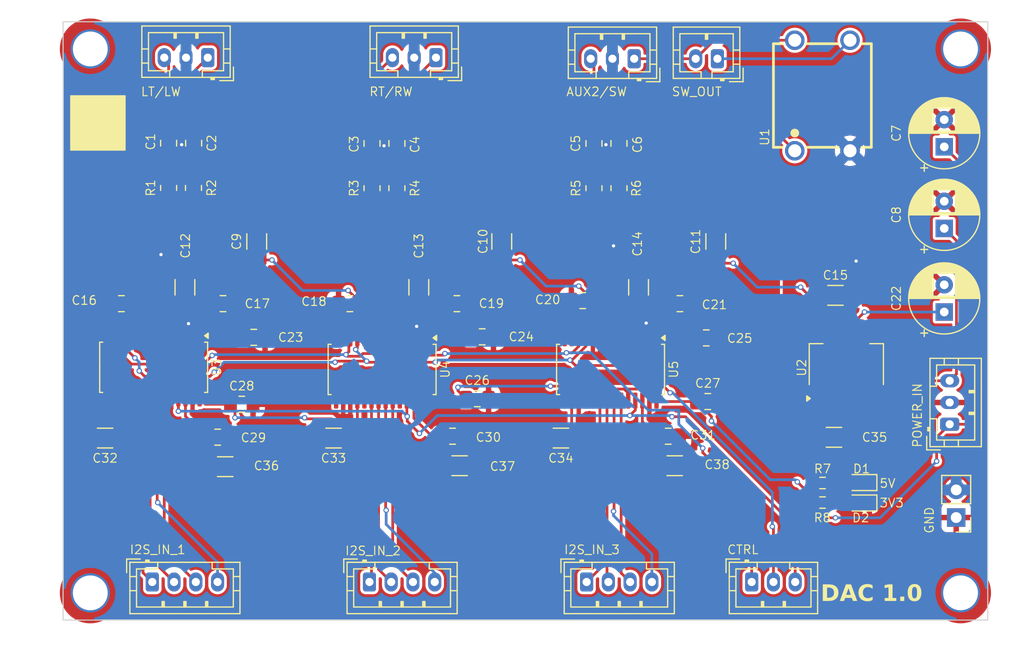
<source format=kicad_pcb>
(kicad_pcb (version 20240108) (generator "pcbnew") (generator_version "8.0")
  (layers (0 "F.Cu" signal) (31 "B.Cu" signal) (34 "B.Paste" user) (35 "F.Paste" user) (36 "B.SilkS" user "B.Silkscreen") (37 "F.SilkS" user "F.Silkscreen") (38 "B.Mask" user) (39 "F.Mask" user) (44 "Edge.Cuts" user))
  (net 0 "")
  (net 1 "MCLK0")
  (net 2 "MCLK1")
  (net 3 "LEFT_WOOFER")
  (net 4 "AGND")
  (net 5 "GND")
  (net 6 "3V3")
  (net 7 "5V")
  (net 8 "Net-(D1-A)")
  (net 9 "Net-(D2-A)")
  (net 10 "LEFT_TWEETER")
  (net 11 "SDA")
  (net 12 "SCL")
  (net 13 "MCLK2")
  (net 14 "RIGHT_TWEETER")
  (net 15 "LRCLK0")
  (net 16 "BCLK0")
  (net 17 "DATA0")
  (net 18 "LRCLK1")
  (net 19 "DATA1")
  (net 24 "XSMT")
  (net 25 "BCLK1")
  (net 26 "DATA2")
  (net 27 "RIGHT_WOOFER")
  (net 28 "LRCLK2")
  (net 29 "BCLK2")
  (net 30 "3V3A")
  (net 31 "Net-(U3-CAPP)")
  (net 32 "Net-(U3-CAPM)")
  (net 33 "Net-(U3-LDOO)")
  (net 34 "Net-(U3-VNEG)")
  (net 35 "LW_OUT_PRE")
  (net 36 "LT_OUT_PRE")
  (net 37 "RT_OUT_PRE")
  (net 38 "RW_OUT_PRE")
  (net 39 "SW_OUT_PRE")
  (net 40 "SW_OUT")
  (net 41 "SW_NEG")
  (net 42 "SUBWOOFER")
  (net 43 "SPARE_OUT")
  (net 44 "SPARE_OUT_PRE")
  (net 45 "Net-(U4-VNEG)")
  (net 46 "Net-(U5-VNEG)")
  (net 47 "Net-(U4-CAPP)")
  (net 48 "Net-(U4-CAPM)")
  (net 49 "Net-(U5-CAPM)")
  (net 50 "Net-(U5-CAPP)")
  (net 51 "Net-(U4-LDOO)")
  (net 52 "Net-(U5-LDOO)")
  (footprint "Capacitor_SMD:C_1206_3216Metric_Pad1.33x1.80mm_HandSolder" (layer "F.Cu") (at 95.3864 98.4775)
    (property "Reference" "C37")
    (property "Value" "10U")
  )
  (footprint "Capacitor_SMD:C_0805_2012Metric_Pad1.18x1.45mm_HandSolder" (layer "F.Cu") (at 68.6364 68.8275 90)
    (property "Reference" "C1")
    (property "Value" "2.2n 50V C0G")
  )
  (footprint "Package_SO:TSSOP-28_4.4x9.7mm_P0.65mm" (layer "F.Cu") (at 67.2614 89.4275 -90)
    (property "Reference" "U3")
    (property "Value" "PCM5122PW")
  )
  (footprint "Capacitor_SMD:C_0805_2012Metric_Pad1.18x1.45mm_HandSolder" (layer "F.Cu") (at 94.7364 95.765 180)
    (property "Reference" "C30")
    (property "Value" "0.1U")
  )
  (footprint "Connector_JST:JST_PH_B3B-PH-K_1x03_P2.00mm_Vertical" (layer "F.Cu") (at 72.2364 60.965 180)
    (property "Reference" "J1" (hide yes))
    (property "Value" "Conn_01x03_Pin")
  )
  (footprint "Capacitor_SMD:C_1206_3216Metric_Pad1.33x1.80mm_HandSolder" (layer "F.Cu") (at 73.8364 98.565)
    (property "Reference" "C36")
    (property "Value" "10U")
  )
  (footprint "Connector_JST:JST_PH_B2B-PH-K_1x02_P2.00mm_Vertical" (layer "F.Cu") (at 119.0864 61.065 180)
    (property "Reference" "J4" (hide yes))
    (property "Value" "Conn_01x02_Pin")
  )
  (footprint "Resistor_SMD:R_0805_2012Metric_Pad1.20x1.40mm_HandSolder" (layer "F.Cu") (at 68.6364 72.94 90)
    (property "Reference" "R1")
    (property "Value" "470R TF")
  )
  (footprint "Capacitor_SMD:C_0805_2012Metric_Pad1.18x1.45mm_HandSolder" (layer "F.Cu") (at 75.3614 92.8275)
    (property "Reference" "C28")
    (property "Value" "0.1U")
  )
  (footprint "Capacitor_SMD:C_0805_2012Metric_Pad1.18x1.45mm_HandSolder" (layer "F.Cu") (at 64.2989 83.5775 180)
    (property "Reference" "C16")
    (property "Value" "0.1U")
  )
  (footprint "Capacitor_SMD:C_0805_2012Metric_Pad1.18x1.45mm_HandSolder" (layer "F.Cu") (at 97.0114 92.315)
    (property "Reference" "C26")
    (property "Value" "0.1U")
  )
  (footprint "Connector_JST:JST_PH_B3B-PH-K_1x03_P2.00mm_Vertical" (layer "F.Cu") (at 140.4364 94.665 90)
    (property "Reference" "J5" (hide yes))
    (property "Value" "Conn_01x03_Pin")
  )
  (footprint "easyeda2kicad:XFMR-TH_4P-L9.5-W9.0-P5.08-LS10.2_C9900096976" (layer "F.Cu") (at 128.7364 64.445 90)
    (property "Reference" "U1")
    (property "Value" "DA101C_C6931652")
  )
  (footprint "Capacitor_SMD:C_0805_2012Metric_Pad1.18x1.45mm_HandSolder" (layer "F.Cu") (at 70.9364 68.8275 90)
    (property "Reference" "C2")
    (property "Value" "2.2n 50V C0G")
  )
  (footprint "Package_TO_SOT_SMD:SOT-223-3_TabPin2" (layer "F.Cu") (at 130.9364 89.165 90)
    (property "Reference" "U2")
    (property "Value" "AMS1117-3.3")
  )
  (footprint "Capacitor_SMD:C_1206_3216Metric_Pad1.33x1.80mm_HandSolder" (layer "F.Cu") (at 111.8364 82.0775 -90)
    (property "Reference" "C14")
    (property "Value" "2.2u 25V")
  )
  (footprint "Capacitor_SMD:C_1206_3216Metric_Pad1.33x1.80mm_HandSolder" (layer "F.Cu") (at 76.7364 77.865 90)
    (property "Reference" "C9")
    (property "Value" "10U")
  )
  (footprint "MountingHole:MountingHole_3.2mm_M3_DIN965_Pad_TopOnly" (layer "F.Cu") (at 61.4364 110.165)
    (property "Reference" "H3" (hide yes))
    (property "Value" "MountingHole")
  )
  (footprint "Capacitor_THT:CP_Radial_D6.3mm_P2.50mm" (layer "F.Cu") (at 139.9364 76.665 90)
    (property "Reference" "C8")
    (property "Value" "220u")
  )
  (footprint "Capacitor_SMD:C_0805_2012Metric_Pad1.18x1.45mm_HandSolder" (layer "F.Cu") (at 106.6989 83.2975 180)
    (property "Reference" "C20")
    (property "Value" "0.1U")
  )
  (footprint "Capacitor_SMD:C_1206_3216Metric_Pad1.33x1.80mm_HandSolder" (layer "F.Cu") (at 91.6364 82.0775 -90)
    (property "Reference" "C13")
    (property "Value" "2.2u 25V")
  )
  (footprint "Capacitor_SMD:C_1206_3216Metric_Pad1.33x1.80mm_HandSolder" (layer "F.Cu") (at 129.9364 82.815)
    (property "Reference" "C15")
    (property "Value" "10U")
  )
  (footprint "MountingHole:MountingHole_3.2mm_M3_DIN965_Pad_TopOnly" (layer "F.Cu") (at 141.4364 110.165)
    (property "Reference" "H4" (hide yes))
    (property "Value" "MountingHole")
  )
  (footprint "Capacitor_THT:CP_Radial_D6.3mm_P2.50mm" (layer "F.Cu") (at 139.9364 69.165 90)
    (property "Reference" "C7")
    (property "Value" "220u")
  )
  (footprint "Resistor_SMD:R_0603_1608Metric_Pad0.98x0.95mm_HandSolder" (layer "F.Cu") (at 128.7489 101.865)
    (property "Reference" "R8")
    (property "Value" "150R")
  )
  (footprint "Capacitor_SMD:C_0805_2012Metric_Pad1.18x1.45mm_HandSolder" (layer "F.Cu") (at 73.6364 83.5775 180)
    (property "Reference" "C17")
    (property "Value" "2.2u 25V")
  )
  (footprint "Capacitor_SMD:C_0805_2012Metric_Pad1.18x1.45mm_HandSolder" (layer "F.Cu") (at 73.1465 95.8525 180)
    (property "Reference" "C29")
    (property "Value" "0.1U")
  )
  (footprint "Capacitor_SMD:C_1206_3216Metric_Pad1.33x1.80mm_HandSolder" (layer "F.Cu") (at 129.7989 95.865 180)
    (property "Reference" "C35")
    (property "Value" "10U")
  )
  (footprint "Capacitor_SMD:C_0805_2012Metric_Pad1.18x1.45mm_HandSolder" (layer "F.Cu") (at 97.4614 86.6275)
    (property "Reference" "C24")
    (property "Value" "0.1U")
  )
  (footprint "Capacitor_SMD:C_1206_3216Metric_Pad1.33x1.80mm_HandSolder" (layer "F.Cu") (at 99.2614 77.865 90)
    (property "Reference" "C10")
    (property "Value" "10U")
  )
  (footprint "Capacitor_THT:CP_Radial_D6.3mm_P2.50mm" (layer "F.Cu") (at 139.9364 84.3474 90)
    (property "Reference" "C22")
    (property "Value" "220u")
  )
  (footprint "Capacitor_SMD:C_1206_3216Metric_Pad1.33x1.80mm_HandSolder" (layer "F.Cu") (at 118.9364 77.865 90)
    (property "Reference" "C11")
    (property "Value" "10U")
  )
  (footprint "Connector_JST:JST_PH_B4B-PH-K_1x04_P2.00mm_Vertical" (layer "F.Cu") (at 87.0989 109.165)
    (property "Reference" "J8" (hide yes))
    (property "Value" "Conn_01x04_Pin")
  )
  (footprint "MountingHole:MountingHole_3.2mm_M3_DIN965_Pad_TopOnly" (layer "F.Cu") (at 141.4364 60.165)
    (property "Reference" "H2" (hide yes))
    (property "Value" "MountingHole")
  )
  (footprint "Resistor_SMD:R_0805_2012Metric_Pad1.20x1.40mm_HandSolder" (layer "F.Cu") (at 87.3364 72.965 90)
    (property "Reference" "R3")
    (property "Value" "470R TF")
  )
  (footprint "Connector_PinHeader_2.54mm:PinHeader_1x02_P2.54mm_Vertical" (layer "F.Cu") (at 141.0364 103.24 180)
    (property "Reference" "J6" (hide yes))
    (property "Value" "Conn_01x02_Pin")
  )
  (footprint "Connector_JST:JST_PH_B3B-PH-K_1x03_P2.00mm_Vertical" (layer "F.Cu") (at 111.4364 61.065 180)
    (property "Reference" "J3" (hide yes))
    (property "Value" "Conn_01x03_Pin")
  )
  (footprint "Connector_JST:JST_PH_B3B-PH-K_1x03_P2.00mm_Vertical" (layer "F.Cu") (at 93.2114 60.965 180)
    (property "Reference" "J2" (hide yes))
    (property "Value" "Conn_01x03_Pin")
  )
  (footprint "Resistor_SMD:R_0805_2012Metric_Pad1.20x1.40mm_HandSolder" (layer "F.Cu") (at 110.0364 72.965 90)
    (property "Reference" "R6")
    (property "Value" "470R TF")
  )
  (footprint "Resistor_SMD:R_0805_2012Metric_Pad1.20x1.40mm_HandSolder" (layer "F.Cu") (at 89.6232 72.965 90)
    (property "Reference" "R4")
    (property "Value" "470R TF")
  )
  (footprint "Capacitor_SMD:C_0805_2012Metric_Pad1.18x1.45mm_HandSolder" (layer "F.Cu") (at 95.1364 83.5775 180)
    (property "Reference" "C19")
    (property "Value" "2.2u 25V")
  )
  (footprint "Capacitor_SMD:C_1206_3216Metric_Pad1.33x1.80mm_HandSolder" (layer "F.Cu") (at 83.7989 95.935 180)
    (property "Reference" "C33")
    (property "Value" "10U")
  )
  (footprint "Capacitor_SMD:C_0805_2012Metric_Pad1.18x1.45mm_HandSolder" (layer "F.Cu") (at 85.2989 83.5775 180)
    (property "Reference" "C18")
    (property "Value" "0.1U")
  )
  (footprint "Resistor_SMD:R_0805_2012Metric_Pad1.20x1.40mm_HandSolder" (layer "F.Cu") (at 107.7364 72.965 90)
    (property "Reference" "R5")
    (property "Value" "470R TF")
  )
  (footprint "Capacitor_SMD:C_0805_2012Metric_Pad1.18x1.45mm_HandSolder" (layer "F.Cu") (at 89.6232 68.8525 90)
    (property "Reference" "C4")
    (property "Value" "2.2n 50V C0G")
  )
  (footprint "Capacitor_SMD:C_1206_3216Metric_Pad1.33x1.80mm_HandSolder" (layer "F.Cu") (at 70.1364 82.0775 -90)
    (property "Reference" "C12")
    (property "Value" "2.2u 25V")
  )
  (footprint "Capacitor_SMD:C_1206_3216Metric_Pad1.33x1.80mm_HandSolder" (layer "F.Cu") (at 62.7989 95.935 180)
    (property "Reference" "C32")
    (property "Value" "10U")
  )
  (footprint "LED_SMD:LED_0603_1608Metric" (layer "F.Cu") (at 132.2614 101.905 180)
    (property "Reference" "D2")
    (property "Value" "BLUE")
  )
  (footprint "Capacitor_SMD:C_0805_2012Metric_Pad1.18x1.45mm_HandSolder" (layer "F.Cu") (at 107.7364 68.8525 90)
    (property "Reference" "C5")
    (property "Value" "2.2n 50V C0G")
  )
  (footprint "Package_SO:TSSOP-28_4.4x9.7mm_P0.65mm" (layer "F.Cu") (at 109.2614 89.6275 -90)
    (property "Reference" "U5")
    (property "Value" "PCM5122PW")
  )
  (footprint "Connector_JST:JST_PH_B3B-PH-K_1x03_P2.00mm_Vertical" (layer "F.Cu") (at 122.2364 109.165)
    (property "Reference" "J11" (hide yes))
    (property "Value" "Conn_01x03_Pin")
  )
  (footprint "Resistor_SMD:R_0805_2012Metric_Pad1.20x1.40mm_HandSolder" (layer "F.Cu") (at 70.9232 72.94 90)
    (property "Reference" "R2")
    (property "Value" "470R TF")
  )
  (footprint "Package_SO:TSSOP-28_4.4x9.7mm_P0.65mm" (layer "F.Cu") (at 88.2614 89.6275 -90)
    (property "Reference" "U4")
    (property "Value" "PCM5122PW")
  )
  (footprint "LED_SMD:LED_0603_1608Metric" (layer "F.Cu") (at 132.2614 100.025 180)
    (property "Reference" "D1")
    (property "Value" "RED")
  )
  (footprint "Capacitor_SMD:C_1206_3216Metric_Pad1.33x1.80mm_HandSolder" (layer "F.Cu") (at 104.6989 95.935 180)
    (property "Reference" "C34")
    (property "Value" "10U")
  )
  (footprint "Capacitor_SMD:C_0805_2012Metric_Pad1.18x1.45mm_HandSolder" (layer "F.Cu") (at 114.5614 95.765 180)
    (property "Reference" "C31")
    (property "Value" "0.1U")
  )
  (footprint "Capacitor_SMD:C_0805_2012Metric_Pad1.18x1.45mm_HandSolder" (layer "F.Cu") (at 76.4614 86.6775)
    (property "Reference" "C23")
    (property "Value" "0.1U")
  )
  (footprint "Connector_JST:JST_PH_B4B-PH-K_1x04_P2.00mm_Vertical" (layer "F.Cu") (at 67.1364 109.165)
    (property "Reference" "J7" (hide yes))
    (property "Value" "Conn_01x04_Pin")
  )
  (footprint "Capacitor_SMD:C_0805_2012Metric_Pad1.18x1.45mm_HandSolder" (layer "F.Cu") (at 110.0364 68.8525 90)
    (property "Reference" "C6")
    (property "Value" "2.2n 50V C0G")
  )
  (footprint "Connector_JST:JST_PH_B4B-PH-K_1x04_P2.00mm_Vertical" (layer "F.Cu") (at 107.0614 109.165)
    (property "Reference" "J9" (hide yes))
    (property "Value" "Conn_01x04_Pin")
  )
  (footprint "Capacitor_SMD:C_1206_3216Metric_Pad1.33x1.80mm_HandSolder" (layer "F.Cu") (at 115.1614 98.4775)
    (property "Reference" "C38")
    (property "Value" "10U")
  )
  (footprint "Capacitor_SMD:C_0805_2012Metric_Pad1.18x1.45mm_HandSolder" (layer "F.Cu") (at 118.0614 86.7275)
    (property "Reference" "C25")
    (property "Value" "0.1U")
  )
  (footprint "Capacitor_SMD:C_0805_2012Metric_Pad1.18x1.45mm_HandSolder" (layer "F.Cu") (at 87.3364 68.8525 90)
    (property "Reference" "C3")
    (property "Value" "2.2n 50V C0G")
  )
  (footprint "Capacitor_SMD:C_0805_2012Metric_Pad1.18x1.45mm_HandSolder" (layer "F.Cu") (at 115.6364 83.5775 180)
    (property "Reference" "C21")
    (property "Value" "2.2u 25V")
  )
  (footprint "Resistor_SMD:R_0603_1608Metric_Pad0.98x0.95mm_HandSolder" (layer "F.Cu") (at 128.7489 100.065)
    (property "Reference" "R7")
    (property "Value" "1.3K")
  )
  (footprint "Capacitor_SMD:C_0805_2012Metric_Pad1.18x1.45mm_HandSolder" (layer "F.Cu") (at 118.1989 92.5775)
    (property "Reference" "C27")
    (property "Value" "0.1U")
  )
  (footprint "MountingHole:MountingHole_3.2mm_M3_DIN965_Pad_TopOnly" (layer "F.Cu") (at 61.4364 60.165)
    (property "Reference" "H1" (hide yes))
    (property "Value" "MountingHole")
  )
  (gr_rect (start 59.6364 64.465) (end 64.6364 69.465) (stroke (width 0.1)) (fill solid) (layer "F.SilkS"))
  (gr_line (start 58.9364 112.665) (end 58.9364 57.665) (stroke (width 0.1)) (layer "Edge.Cuts"))
  (gr_line (start 58.9364 57.665) (end 143.9364 57.665) (stroke (width 0.1)) (layer "Edge.Cuts"))
  (gr_line (start 143.9364 112.665) (end 58.9364 112.665) (stroke (width 0.1)) (layer "Edge.Cuts"))
  (gr_line (start 143.9364 57.665) (end 143.9364 112.665) (stroke (width 0.1)) (layer "Edge.Cuts"))
  (gr_text "DAC 1.0" (at 137.9364 111.165 0) (layer "F.SilkS") (effects (font (size 1.5 1.5) (thickness 0.1) (bold yes)) (justify right bottom)))
  (gr_text "I2S_IN_3" (at 104.9364 106.665 0) (layer "F.SilkS") (effects (font (size 0.8 0.8) (thickness 0.1)) (justify left bottom)))
  (gr_text "GND" (at 139.0364 104.765 90) (layer "F.SilkS") (effects (font (size 0.8 0.8) (thickness 0.1)) (justify left bottom)))
  (gr_text "3V3" (at 133.9364 102.365 0) (layer "F.SilkS") (effects (font (size 0.8 0.8) (thickness 0.1)) (justify left bottom)))
  (gr_text "RT/RW" (at 87.0364 64.565 0) (layer "F.SilkS") (effects (font (size 0.8 0.8) (thickness 0.1)) (justify left bottom)))
  (gr_text "SW_OUT" (at 114.8364 64.565 0) (layer "F.SilkS") (effects (font (size 0.8 0.8) (thickness 0.1)) (justify left bottom)))
  (gr_text "LT/LW" (at 66.0364 64.565 0) (layer "F.SilkS") (effects (font (size 0.8 0.8) (thickness 0.1)) (justify left bottom)))
  (gr_text "AUX2/SW" (at 105.1364 64.565 0) (layer "F.SilkS") (effects (font (size 0.8 0.8) (thickness 0.1)) (justify left bottom)))
  (gr_text "CTRL" (at 119.9364 106.665 0) (layer "F.SilkS") (effects (font (size 0.8 0.8) (thickness 0.1)) (justify left bottom)))
  (gr_text "5V" (at 133.9364 100.565 0) (layer "F.SilkS") (effects (font (size 0.8 0.8) (thickness 0.1)) (justify left bottom)))
  (gr_text "I2S_IN_1" (at 65.0114 106.665 0) (layer "F.SilkS") (effects (font (size 0.8 0.8) (thickness 0.1)) (justify left bottom)))
  (gr_text "POWER_IN" (at 137.9364 96.865 90) (layer "F.SilkS") (effects (font (size 0.8 0.8) (thickness 0.1)) (justify left bottom)))
  (gr_text "I2S_IN_2" (at 84.8114 106.765 0) (layer "F.SilkS") (effects (font (size 0.8 0.8) (thickness 0.1)) (justify left bottom)))
  (segment (start 66.2864 92.29) (end 66.2864 108.315) (width 0.25) (layer "F.Cu") (net 1))
  (segment (start 66.2864 108.315) (end 67.1364 109.165) (width 0.25) (layer "F.Cu") (net 1))
  (segment (start 87.2864 108.9775) (end 87.0989 109.165) (width 0.25) (layer "F.Cu") (net 2))
  (segment (start 87.2864 92.49) (end 87.2864 108.9775) (width 0.25) (layer "F.Cu") (net 2))
  (segment (start 71.9864 68.84) (end 70.9364 67.79) (width 0.25) (layer "F.Cu") (net 3))
  (segment (start 70.9364 67.79) (end 70.9364 62.265) (width 0.25) (layer "F.Cu") (net 3))
  (segment (start 71.9864 70.8768) (end 71.9864 68.84) (width 0.25) (layer "F.Cu") (net 3))
  (segment (start 70.9364 62.265) (end 72.2364 60.965) (width 0.25) (layer "F.Cu") (net 3))
  (segment (start 70.9232 71.94) (end 71.9864 70.8768) (width 0.25) (layer "F.Cu") (net 3))
  (segment (start 70.1864 85.692035) (end 70.1864 86.565) (width 0.25) (layer "F.Cu") (net 4))
  (segment (start 70.7364 69.865) (end 69.8364 68.965) (width 0.25) (layer "F.Cu") (net 4))
  (segment (start 87.3364 69.89) (end 89.6232 69.89) (width 0.25) (layer "F.Cu") (net 4))
  (segment (start 131.4989 82.815) (end 131.4989 80.0025) (width 0.25) (layer "F.Cu") (net 4))
  (segment (start 89.2614 69.89) (end 88.4364 69.065) (width 0.25) (layer "F.Cu") (net 4))
  (segment (start 91.1864 86.765) (end 91.1864 85.915) (width 0.25) (layer "F.Cu") (net 4))
  (segment (start 112.1864 85.715) (end 112.5364 85.365) (width 0.25) (layer "F.Cu") (net 4))
  (segment (start 112.1864 86.765) (end 112.1864 85.715) (width 0.25) (layer "F.Cu") (net 4))
  (segment (start 109.7614 69.89) (end 108.8364 68.965) (width 0.25) (layer "F.Cu") (net 4))
  (segment (start 91.1864 85.915) (end 91.4364 85.665) (width 0.25) (layer "F.Cu") (net 4))
  (segment (start 70.463436 85.414999) (end 70.1864 85.692035) (width 0.25) (layer "F.Cu") (net 4))
  (segment (start 110.0364 69.89) (end 107.7364 69.89) (width 0.25) (layer "F.Cu") (net 4))
  (segment (start 131.4989 80.0025) (end 131.8364 79.665) (width 0.25) (layer "F.Cu") (net 4))
  (via (at 108.8364 68.965) (size 0.5) (drill 0.3) (layers "F.Cu" "B.Cu") (net 4))
  (via (at 67.9364 79.065) (size 0.5) (drill 0.3) (layers "F.Cu" "B.Cu") (net 4))
  (via (at 109.5364 78.265) (size 0.5) (drill 0.3) (layers "F.Cu" "B.Cu") (net 4))
  (via (at 91.4364 85.665) (size 0.5) (drill 0.3) (layers "F.Cu" "B.Cu") (net 4))
  (via (at 69.8364 68.965) (size 0.5) (drill 0.3) (layers "F.Cu" "B.Cu") (net 4))
  (via (at 88.4364 69.065) (size 0.5) (drill 0.3) (layers "F.Cu" "B.Cu") (net 4))
  (via (at 131.8364 79.665) (size 0.5) (drill 0.3) (layers "F.Cu" "B.Cu") (net 4))
  (via (at 112.5364 85.365) (size 0.5) (drill 0.3) (layers "F.Cu" "B.Cu") (net 4))
  (via (at 70.463436 85.414999) (size 0.5) (drill 0.3) (layers "F.Cu" "B.Cu") (net 4))
  (segment (start 95.2364 91.5775) (end 95.9739 92.315) (width 0.25) (layer "F.Cu") (net 6))
  (segment (start 85.9864 91.752501) (end 86.311401 91.4275) (width 0.25) (layer "F.Cu") (net 6))
  (segment (start 65.357588 91.2275) (end 64.9864 91.598688) (width 0.25) (layer "F.Cu") (net 6))
  (segment (start 74.7364 94.065) (end 74.7364 93.24) (width 0.25) (layer "F.Cu") (net 6))
  (segment (start 118.5364 94.365) (end 118.5364 93.9525) (width 0.25) (layer "F.Cu") (net 6))
  (segment (start 72.0239 92.8275) (end 71.4864 92.29) (width 0.25) (layer "F.Cu") (net 6))
  (segment (start 105.6864 95.36) (end 105.6864 92.49) (width 0.25) (layer "F.Cu") (net 6))
  (segment (start 113.161399 91.4275) (end 110.6739 91.4275) (width 0.25) (layer "F.Cu") (net 6))
  (segment (start 139.2364 98.065) (end 139.2364 95.865) (width 0.25) (layer "F.Cu") (net 6))
  (segment (start 110.515212 91.4275) (end 110.8864 91.798688) (width 0.25) (layer "F.Cu") (net 6))
  (segment (start 106.9864 91.4775) (end 107.0364 91.4275) (width 0.25) (layer "F.Cu") (net 6))
  (segment (start 81.2364 94.165) (end 81.1364 94.065) (width 0.25) (layer "F.Cu") (net 6))
  (segment (start 142.6364 93.265) (end 142.4364 93.465) (width 0.25) (layer "F.Cu") (net 6))
  (segment (start 141.9364 94.665) (end 140.4364 94.665) (width 0.25) (layer "F.Cu") (net 6))
  (segment (start 113.4864 92.49) (end 113.4864 91.752501) (width 0.25) (layer "F.Cu") (net 6))
  (segment (start 142.4364 94.165) (end 141.9364 94.665) (width 0.25) (layer "F.Cu") (net 6))
  (segment (start 113.5739 92.5775) (end 113.4864 92.49) (width 0.25) (layer "F.Cu") (net 6))
  (segment (start 105.098899 91.165) (end 103.7364 91.165) (width 0.25) (layer "F.Cu") (net 6))
  (segment (start 63.6864 91.552501) (end 63.6864 92.29) (width 0.25) (layer "F.Cu") (net 6))
  (segment (start 127.8364 101.365) (end 126.4364 99.965) (width 0.25) (layer "F.Cu") (net 6))
  (segment (start 81.2364 94.165) (end 83.5914 94.165) (width 0.25) (layer "F.Cu") (net 6))
  (segment (start 90.211401 91.4275) (end 92.115212 91.4275) (width 0.25) (layer "F.Cu") (net 6))
  (segment (start 105.6864 92.49) (end 105.6864 91.752501) (width 0.25) (layer "F.Cu") (net 6))
  (segment (start 89.8864 92.49) (end 89.8864 91.752501) (width 0.25) (layer "F.Cu") (net 6))
  (segment (start 127.8364 101.865) (end 127.8364 101.365) (width 0.25) (layer "F.Cu") (net 6))
  (segment (start 92.115212 91.4275) (end 92.4864 91.798688) (width 0.25) (layer "F.Cu") (net 6))
  (segment (start 106.2614 95.935) (end 105.6864 95.36) (width 0.25) (layer "F.Cu") (net 6))
  (segment (start 105.6864 91.752501) (end 105.098899 91.165) (width 0.25) (layer "F.Cu") (net 6))
  (segment (start 85.9864 95.31) (end 85.9864 92.49) (width 0.25) (layer "F.Cu") (net 6))
  (segment (start 142.6364 71.865) (end 142.6364 93.265) (width 0.25) (layer "F.Cu") (net 6))
  (segment (start 89.8864 91.752501) (end 90.211401 91.4275) (width 0.25) (layer "F.Cu") (net 6))
  (segment (start 71.4864 91.552501) (end 71.161399 91.2275) (width 0.25) (layer "F.Cu") (net 6))
  (segment (start 105.6864 91.752501) (end 106.011401 91.4275) (width 0.25) (layer "F.Cu") (net 6))
  (segment (start 95.9739 92.315) (end 92.6614 92.315) (width 0.25) (layer "F.Cu") (net 6))
  (segment (start 86.311401 91.4275) (end 89.515212 91.4275) (width 0.25) (layer "F.Cu") (net 6))
  (segment (start 71.161399 91.2275) (end 65.357588 91.2275) (width 0.25) (layer "F.Cu") (net 6))
  (segment (start 106.011401 91.4275) (end 107.0364 91.4275) (width 0.25) (layer "F.Cu") (net 6))
  (segment (start 64.9864 95.31) (end 64.3614 95.935) (width 0.25) (layer "F.Cu") (net 6))
  (segment (start 85.3614 95.935) (end 83.5914 94.165) (width 0.25) (layer "F.Cu") (net 6))
  (segment (start 110.6739 91.4275) (end 110.594556 91.506844) (width 0.25) (layer "F.Cu") (net 6))
  (segment (start 85.3614 95.935) (end 85.9864 95.31) (width 0.25) (layer "F.Cu") (net 6))
  (segment (start 118.5364 93.9525) (end 117.1614 92.5775) (width 0.25) (layer "F.Cu") (net 6))
  (segment (start 110.8864 91.798688) (end 110.8864 92.49) (width 0.25) (layer "F.Cu") (net 6))
  (segment (start 139.9364 69.165) (end 142.6364 71.865) (width 0.25) (layer "F.Cu") (net 6))
  (segment (start 64.9864 91.598688) (end 64.9864 92.29) (width 0.25) (layer "F.Cu") (net 6))
  (segment (start 64.9864 91.598688) (end 64.615212 91.2275) (width 0.25) (layer "F.Cu") (net 6))
  (segment (start 85.9864 92.49) (end 85.9864 91.752501) (width 0.25) (layer "F.Cu") (net 6))
  (segment (start 92.4864 91.798688) (end 92.4864 92.49) (width 0.25) (layer "F.Cu") (net 6))
  (segment (start 64.9864 92.29) (end 64.9864 95.31) (width 0.25) (layer "F.Cu") (net 6))
  (segment (start 117.1614 92.5775) (end 113.5739 92.5775) (width 0.25) (layer "F.Cu") (net 6))
  (segment (start 64.011401 91.2275) (end 63.6864 91.552501) (width 0.25) (layer "F.Cu") (net 6))
  (segment (start 129.2364 103.265) (end 129.9364 103.265) (width 0.25) (layer "F.Cu") (net 6))
  (segment (start 74.3239 92.8275) (end 72.0239 92.8275) (width 0.25) (layer "F.Cu") (net 6))
  (segment (start 142.4364 93.465) (end 142.4364 94.165) (width 0.25) (layer "F.Cu") (net 6))
  (segment (start 139.2364 95.865) (end 140.4364 94.665) (width 0.25) (layer "F.Cu") (net 6))
  (segment (start 113.4864 91.752501) (end 113.161399 91.4275) (width 0.25) (layer "F.Cu") (net 6))
  (segment (start 89.8864 91.798688) (end 89.8864 92.49) (width 0.25) (layer "F.Cu") (net 6))
  (segment (start 64.615212 91.2275) (end 64.011401 91.2275) (width 0.25) (layer "F.Cu") (net 6))
  (segment (start 71.4864 92.29) (end 71.4864 91.552501) (width 0.25) (layer "F.Cu") (net 6))
  (segment (start 106.9864 92.49) (end 106.9864 91.4775) (width 0.25) (layer "F.Cu") (net 6))
  (segment (start 127.8364 101.865) (end 129.2364 103.265) (width 0.25) (layer "F.Cu") (net 6))
  (segment (start 95.2364 91.265) (end 95.2364 91.5775) (width 0.25) (layer "F.Cu") (net 6))
  (segment (start 107.0364 91.4275) (end 110.515212 91.4275) (width 0.25) (layer "F.Cu") (net 6))
  (segment (start 92.6614 92.315) (end 92.4864 92.49) (width 0.25) (layer "F.Cu") (net 6))
  (segment (start 89.515212 91.4275) (end 89.8864 91.798688) (width 0.25) (layer "F.Cu") (net 6))
  (via (at 118.5364 94.365) (size 0.5) (drill 0.3) (layers "F.Cu" "B.Cu") (net 6))
  (via (at 139.2364 98.065) (size 0.5) (drill 0.3) (layers "F.Cu" "B.Cu") (net 6))
  (via (at 126.4364 99.965) (size 0.5) (drill 0.3) (layers "F.Cu" "B.Cu") (net 6))
  (via (at 81.1364 94.065) (size 0.5) (drill 0.3) (layers "F.Cu" "B.Cu") (net 6))
  (via (at 95.2364 91.265) (size 0.5) (drill 0.3) (layers "F.Cu" "B.Cu") (net 6))
  (via (at 74.7364 94.065) (size 0.5) (drill 0.3) (layers "F.Cu" "B.Cu") (net 6))
  (via (at 103.7364 91.165) (size 0.5) (drill 0.3) (layers "F.Cu" "B.Cu") (net 6))
  (via (at 129.9364 103.265) (size 0.5) (drill 0.3) (layers "F.Cu" "B.Cu") (net 6))
  (segment (start 81.1364 94.065) (end 74.7364 94.065) (width 0.25) (layer "B.Cu") (net 6))
  (segment (start 95.3364 91.165) (end 95.2364 91.265) (width 0.25) (layer "B.Cu") (net 6))
  (segment (start 123.9364 99.765) (end 118.5364 94.365) (width 0.25) (layer "B.Cu") (net 6))
  (segment (start 126.2364 99.765) (end 123.9364 99.765) (width 0.25) (layer "B.Cu") (net 6))
  (segment (start 126.4364 99.965) (end 126.2364 99.765) (width 0.25) (layer "B.Cu") (net 6))
  (segment (start 134.0364 103.265) (end 139.2364 98.065) (width 0.25) (layer "B.Cu") (net 6))
  (segment (start 129.9364 103.265) (end 134.0364 103.265) (width 0.25) (layer "B.Cu") (net 6))
  (segment (start 103.7364 91.165) (end 95.3364 91.165) (width 0.25) (layer "B.Cu") (net 6))
  (segment (start 131.3614 95.865) (end 127.8364 99.39) (width 0.25) (layer "F.Cu") (net 7))
  (segment (start 141.0614 77.79) (end 141.0614 90.04) (width 0.25) (layer "F.Cu") (net 7))
  (segment (start 127.8364 99.39) (end 127.8364 100.065) (width 0.25) (layer "F.Cu") (net 7))
  (segment (start 141.0614 90.04) (end 140.4364 90.665) (width 0.25) (layer "F.Cu") (net 7))
  (segment (start 131.3614 95.865) (end 131.3614 94.19) (width 0.25) (layer "F.Cu") (net 7))
  (segment (start 139.9364 76.665) (end 141.0614 77.79) (width 0.25) (layer "F.Cu") (net 7))
  (segment (start 140.4364 90.665) (end 134.8864 90.665) (width 0.25) (layer "F.Cu") (net 7))
  (segment (start 134.8864 90.665) (end 133.2364 92.315) (width 0.25) (layer "F.Cu") (net 7))
  (segment (start 131.3614 94.19) (end 133.2364 92.315) (width 0.25) (layer "F.Cu") (net 7))
  (segment (start 129.6614 100.065) (end 131.4339 100.065) (width 0.25) (layer "F.Cu") (net 8))
  (segment (start 129.6614 101.865) (end 131.4339 101.865) (width 0.25) (layer "F.Cu") (net 9))
  (segment (start 68.6364 71.94) (end 67.5864 70.89) (width 0.25) (layer "F.Cu") (net 10))
  (segment (start 68.6364 67.79) (end 68.6364 61.365) (width 0.25) (layer "F.Cu") (net 10))
  (segment (start 67.5864 68.84) (end 68.6364 67.79) (width 0.25) (layer "F.Cu") (net 10))
  (segment (start 67.5864 70.89) (end 67.5864 68.84) (width 0.25) (layer "F.Cu") (net 10))
  (segment (start 64.9864 88.015) (end 65.5364 88.565) (width 0.25) (layer "F.Cu") (net 11))
  (segment (start 124.1364 104.065) (end 124.2364 104.165) (width 0.25) (layer "F.Cu") (net 11))
  (segment (start 85.9864 87.632635) (end 85.829035 87.79) (width 0.25) (layer "F.Cu") (net 11))
  (segment (start 124.2364 104.165) (end 124.2364 109.165) (width 0.25) (layer "F.Cu") (net 11))
  (segment (start 64.9864 86.565) (end 64.9864 88.015) (width 0.25) (layer "F.Cu") (net 11))
  (segment (start 86.8364 88.865) (end 84.0364 88.865) (width 0.25) (layer "F.Cu") (net 11))
  (segment (start 106.9864 86.765) (end 106.9864 87.502499) (width 0.25) (layer "F.Cu") (net 11))
  (segment (start 106.0364 89.265) (end 112.2364 89.265) (width 0.25) (layer "F.Cu") (net 11))
  (segment (start 112.2364 89.265) (end 114.7364 91.765) (width 0.25) (layer "F.Cu") (net 11))
  (segment (start 105.723899 88.765) (end 105.5364 88.765) (width 0.25) (layer "F.Cu") (net 11))
  (segment (start 93.1364 88.965) (end 86.9364 88.965) (width 0.25) (layer "F.Cu") (net 11))
  (segment (start 65.9364 89.765) (end 66.4364 90.265) (width 0.25) (layer "F.Cu") (net 11))
  (segment (start 85.9864 86.765) (end 85.9864 87.632635) (width 0.25) (layer "F.Cu") (net 11))
  (segment (start 105.5364 88.765) (end 106.0364 89.265) (width 0.25) (layer "F.Cu") (net 11))
  (segment (start 84.0364 88.865) (end 83.9364 88.965) (width 0.25) (layer "F.Cu") (net 11))
  (segment (start 66.4364 90.265) (end 72.4364 90.265) (width 0.25) (layer "F.Cu") (net 11))
  (segment (start 72.4364 90.265) (end 72.8364 89.865) (width 0.25) (layer "F.Cu") (net 11))
  (segment (start 86.9364 88.965) (end 86.8364 88.865) (width 0.25) (layer "F.Cu") (net 11))
  (segment (start 106.9864 87.502499) (end 105.723899 88.765) (width 0.25) (layer "F.Cu") (net 11))
  (via (at 93.1364 88.965) (size 0.5) (drill 0.3) (layers "F.Cu" "B.Cu") (net 11))
  (via (at 72.8364 89.865) (size 0.5) (drill 0.3) (layers "F.Cu" "B.Cu") (net 11))
  (via (at 86.8364 88.865) (size 0.5) (drill 0.3) (layers "F.Cu" "B.Cu") (net 11))
  (via (at 124.1364 104.065) (size 0.5) (drill 0.3) (layers "F.Cu" "B.Cu") (net 11))
  (via (at 65.9364 89.765) (size 0.5) (drill 0.3) (layers "F.Cu" "B.Cu") (net 11))
  (via (at 65.5364 88.565) (size 0.5) (drill 0.3) (layers "F.Cu" "B.Cu") (net 11))
  (via (at 85.829035 87.79) (size 0.5) (drill 0.3) (layers "F.Cu" "B.Cu") (net 11))
  (via (at 83.9364 88.965) (size 0.5) (drill 0.3) (layers "F.Cu" "B.Cu") (net 11))
  (via (at 114.7364 91.765) (size 0.5) (drill 0.3) (layers "F.Cu" "B.Cu") (net 11))
  (via (at 105.5364 88.765) (size 0.5) (drill 0.3) (layers "F.Cu" "B.Cu") (net 11))
  (segment (start 83.9364 88.965) (end 73.7364 88.965) (width 0.25) (layer "B.Cu") (net 11))
  (segment (start 65.5364 88.565) (end 65.9364 88.965) (width 0.25) (layer "B.Cu") (net 11))
  (segment (start 114.7364 91.765) (end 114.972796 91.765) (width 0.25) (layer "B.Cu") (net 11))
  (segment (start 105.5364 88.765) (end 93.3364 88.765) (width 0.25) (layer "B.Cu") (net 11))
  (segment (start 86.8364 88.865) (end 85.829035 87.857635) (width 0.25) (layer "B.Cu") (net 11))
  (segment (start 93.3364 88.765) (end 93.1364 88.965) (width 0.25) (layer "B.Cu") (net 11))
  (segment (start 85.829035 87.857635) (end 85.829035 87.79) (width 0.25) (layer "B.Cu") (net 11))
  (segment (start 65.9364 88.965) (end 65.9364 89.765) (width 0.25) (layer "B.Cu") (net 11))
  (segment (start 124.1364 100.928604) (end 124.1364 104.065) (width 0.25) (layer "B.Cu") (net 11))
  (segment (start 73.7364 88.965) (end 72.8364 89.865) (width 0.25) (layer "B.Cu") (net 11))
  (segment (start 114.972796 91.765) (end 124.1364 100.928604) (width 0.25) (layer "B.Cu") (net 11))
  (segment (start 106.3364 87.502499) (end 105.744722 88.094177) (width 0.25) (layer "F.Cu") (net 12))
  (segment (start 64.3364 86.565) (end 64.3364 88.248884) (width 0.25) (layer "F.Cu") (net 12))
  (segment (start 64.3364 88.248884) (end 65.227516 89.14) (width 0.25) (layer "F.Cu") (net 12))
  (segment (start 105.744722 88.094177) (end 105.200989 88.094177) (width 0.25) (layer "F.Cu") (net 12))
  (segment (start 85.204035 87.997365) (end 85.204035 87.531116) (width 0.25) (layer "F.Cu") (net 12))
  (segment (start 86.250004 88.415) (end 86.500004 88.165) (width 0.25) (layer "F.Cu") (net 12))
  (segment (start 88.008692 88.165) (end 88.158692 88.315) (width 0.25) (layer "F.Cu") (net 12))
  (segment (start 65.227516 89.14) (end 71.8364 89.14) (width 0.25) (layer "F.Cu") (net 12))
  (segment (start 85.0864 88.415) (end 86.250004 88.415) (width 0.25) (layer "F.Cu") (net 12))
  (segment (start 86.500004 88.165) (end 88.008692 88.165) (width 0.25) (layer "F.Cu") (net 12))
  (segment (start 85.204035 87.531116) (end 85.3364 87.398751) (width 0.25) (layer "F.Cu") (net 12))
  (segment (start 106.3364 86.765) (end 106.3364 87.502499) (width 0.25) (layer "F.Cu") (net 12))
  (segment (start 84.9364 88.265) (end 85.0864 88.415) (width 0.25) (layer "F.Cu") (net 12))
  (segment (start 122.2364 101.765) (end 117.7364 97.265) (width 0.25) (layer "F.Cu") (net 12))
  (segment (start 93.8864 88.315) (end 94.0364 88.165) (width 0.25) (layer "F.Cu") (net 12))
  (segment (start 84.9364 88.265) (end 85.204035 87.997365) (width 0.25) (layer "F.Cu") (net 12))
  (segment (start 117.7364 97.265) (end 117.7364 96.865) (width 0.25) (layer "F.Cu") (net 12))
  (segment (start 71.8364 89.14) (end 72.6364 88.34) (width 0.25) (layer "F.Cu") (net 12))
  (segment (start 122.2364 109.165) (end 122.2364 101.765) (width 0.25) (layer "F.Cu") (net 12))
  (segment (start 88.158692 88.315) (end 93.8864 88.315) (width 0.25) (layer "F.Cu") (net 12))
  (segment (start 85.3364 87.398751) (end 85.3364 86.765) (width 0.25) (layer "F.Cu") (net 12))
  (via (at 105.200989 88.094177) (size 0.5) (drill 0.3) (layers "F.Cu" "B.Cu") (net 12))
  (via (at 84.9364 88.265) (size 0.5) (drill 0.3) (layers "F.Cu" "B.Cu") (net 12))
  (via (at 117.7364 96.865) (size 0.5) (drill 0.3) (layers "F.Cu" "B.Cu") (net 12))
  (via (at 94.0364 88.165) (size 0.5) (drill 0.3) (layers "F.Cu" "B.Cu") (net 12))
  (via (at 72.6364 88.34) (size 0.5) (drill 0.3) (layers "F.Cu" "B.Cu") (net 12))
  (segment (start 117.7364 96.865) (end 115.5364 94.665) (width 0.25) (layer "B.Cu") (net 12))
  (segment (start 72.7114 88.265) (end 72.6364 88.34) (width 0.25) (layer "B.Cu") (net 12))
  (segment (start 115.5364 94.665) (end 115.5364 93.365) (width 0.25) (layer "B.Cu") (net 12))
  (segment (start 84.9364 88.265) (end 72.7114 88.265) (width 0.25) (layer "B.Cu") (net 12))
  (segment (start 105.130166 88.165) (end 105.200989 88.094177) (width 0.25) (layer "B.Cu") (net 12))
  (segment (start 94.0364 88.165) (end 105.130166 88.165) (width 0.25) (layer "B.Cu") (net 12))
  (segment (start 112.7364 93.365) (end 107.465577 88.094177) (width 0.25) (layer "B.Cu") (net 12))
  (segment (start 107.465577 88.094177) (end 105.200989 88.094177) (width 0.25) (layer "B.Cu") (net 12))
  (segment (start 115.5364 93.365) (end 112.7364 93.365) (width 0.25) (layer "B.Cu") (net 12))
  (segment (start 108.2864 107.94) (end 107.0614 109.165) (width 0.25) (layer "F.Cu") (net 13))
  (segment (start 108.2864 92.49) (end 108.2864 107.94) (width 0.25) (layer "F.Cu") (net 13))
  (segment (start 87.3364 67.815) (end 86.2864 68.865) (width 0.25) (layer "F.Cu") (net 14))
  (segment (start 87.3364 67.815) (end 87.3364 62.84) (width 0.25) (layer "F.Cu") (net 14))
  (segment (start 87.3364 62.84) (end 89.2114 60.965) (width 0.25) (layer "F.Cu") (net 14))
  (segment (start 86.2864 68.865) (end 86.2864 70.915) (width 0.25) (layer "F.Cu") (net 14))
  (segment (start 86.2864 70.915) (end 87.3364 71.965) (width 0.25) (layer "F.Cu") (net 14))
  (segment (start 68.2364 92.29) (end 68.2364 106.265) (width 0.25) (layer "F.Cu") (net 15))
  (segment (start 68.2364 106.265) (end 71.1364 109.165) (width 0.25) (layer "F.Cu") (net 15))
  (segment (start 66.9364 106.965) (end 69.1364 109.165) (width 0.25) (layer "F.Cu") (net 16))
  (segment (start 66.9364 92.29) (end 66.9364 106.965) (width 0.25) (layer "F.Cu") (net 16))
  (segment (start 67.5864 101.815) (end 67.6364 101.865) (width 0.25) (layer "F.Cu") (net 17))
  (segment (start 67.5864 92.29) (end 67.5864 101.815) (width 0.25) (layer "F.Cu") (net 17))
  (via (at 67.6364 101.865) (size 0.5) (drill 0.3) (layers "F.Cu" "B.Cu") (net 17))
  (segment (start 67.6364 101.865) (end 73.1364 107.365) (width 0.25) (layer "B.Cu") (net 17))
  (segment (start 73.1364 107.365) (end 73.1364 109.165) (width 0.25) (layer "B.Cu") (net 17))
  (segment (start 89.2364 107.3025) (end 91.0989 109.165) (width 0.25) (layer "F.Cu") (net 18))
  (segment (start 89.2364 92.49) (end 89.2364 107.3025) (width 0.25) (layer "F.Cu") (net 18))
  (segment (start 88.5864 102.515) (end 88.6364 102.565) (width 0.25) (layer "F.Cu") (net 19))
  (segment (start 88.5864 92.49) (end 88.5864 102.515) (width 0.25) (layer "F.Cu") (net 19))
  (via (at 88.6364 102.565) (size 0.5) (drill 0.3) (layers "F.Cu" "B.Cu") (net 19))
  (segment (start 88.6364 103.865) (end 93.0989 108.3275) (width 0.25) (layer "B.Cu") (net 19))
  (segment (start 88.6364 102.565) (end 88.6364 103.865) (width 0.25) (layer "B.Cu") (net 19))
  (segment (start 93.0989 108.3275) (end 93.0989 109.165) (width 0.25) (layer "B.Cu") (net 19))
  (segment (start 90.5364 93.904534) (end 90.574589 93.942723) (width 0.25) (layer "F.Cu") (net 24))
  (segment (start 126.2364 109.165) (end 126.2364 104.065) (width 0.25) (layer "F.Cu") (net 24))
  (segment (start 69.5364 92.29) (end 69.5364 93.465) (width 0.25) (layer "F.Cu") (net 24))
  (segment (start 90.574589 93.942723) (end 90.574589 94.387073) (width 0.25) (layer "F.Cu") (net 24))
  (segment (start 111.0364 93.865) (end 111.5364 93.365) (width 0.25) (layer "F.Cu") (net 24))
  (segment (start 90.5364 92.49) (end 90.5364 93.904534) (width 0.25) (layer "F.Cu") (net 24))
  (segment (start 111.5364 93.365) (end 111.5364 92.49) (width 0.25) (layer "F.Cu") (net 24))
  (segment (start 90.574589 94.387073) (end 91.694458 95.506942) (width 0.25) (layer "F.Cu") (net 24))
  (segment (start 126.2364 104.065) (end 116.145922 93.974522) (width 0.25) (layer "F.Cu") (net 24))
  (segment (start 116.145922 93.974522) (end 114.9114 93.974522) (width 0.25) (layer "F.Cu") (net 24))
  (via (at 69.5364 93.465) (size 0.5) (drill 0.3) (layers "F.Cu" "B.Cu") (net 24))
  (via (at 114.9114 93.974522) (size 0.5) (drill 0.3) (layers "F.Cu" "B.Cu") (net 24))
  (via (at 90.574589 93.942723) (size 0.5) (drill 0.3) (layers "F.Cu" "B.Cu") (net 24))
  (via (at 111.0364 93.865) (size 0.5) (drill 0.3) (layers "F.Cu" "B.Cu") (net 24))
  (via (at 91.694458 95.506942) (size 0.5) (drill 0.3) (layers "F.Cu" "B.Cu") (net 24))
  (segment (start 114.801878 93.865) (end 114.9114 93.974522) (width 0.25) (layer "B.Cu") (net 24))
  (segment (start 90.096866 93.465) (end 90.574589 93.942723) (width 0.25) (layer "B.Cu") (net 24))
  (segment (start 93.3364 93.865) (end 91.694458 95.506942) (width 0.25) (layer "B.Cu") (net 24))
  (segment (start 69.5364 93.465) (end 90.096866 93.465) (width 0.25) (layer "B.Cu") (net 24))
  (segment (start 111.0364 93.865) (end 114.801878 93.865) (width 0.25) (layer "B.Cu") (net 24))
  (segment (start 111.0364 93.865) (end 93.3364 93.865) (width 0.25) (layer "B.Cu") (net 24))
  (segment (start 87.9364 108.0025) (end 89.0989 109.165) (width 0.25) (layer "F.Cu") (net 25))
  (segment (start 87.9364 92.49) (end 87.9364 108.0025) (width 0.25) (layer "F.Cu") (net 25))
  (segment (start 109.5864 102.615) (end 109.5364 102.665) (width 0.25) (layer "F.Cu") (net 26))
  (segment (start 109.5864 92.49) (end 109.5864 102.615) (width 0.25) (layer "F.Cu") (net 26))
  (via (at 109.5364 102.665) (size 0.5) (drill 0.3) (layers "F.Cu" "B.Cu") (net 26))
  (segment (start 113.0614 106.59) (end 113.0614 109.165) (width 0.25) (layer "B.Cu") (net 26))
  (segment (start 109.5364 102.665) (end 109.5364 103.065) (width 0.25) (layer "B.Cu") (net 26))
  (segment (start 109.5364 103.065) (end 113.0614 106.59) (width 0.25) (layer "B.Cu") (net 26))
  (segment (start 89.6232 67.815) (end 89.6232 64.5532) (width 0.25) (layer "F.Cu") (net 27))
  (segment (start 89.6232 67.815) (end 90.6732 68.865) (width 0.25) (layer "F.Cu") (net 27))
  (segment (start 90.6732 70.915) (end 89.6232 71.965) (width 0.25) (layer "F.Cu") (net 27))
  (segment (start 90.6732 68.865) (end 90.6732 70.915) (width 0.25) (layer "F.Cu") (net 27))
  (segment (start 89.6232 64.5532) (end 93.2114 60.965) (width 0.25) (layer "F.Cu") (net 27))
  (segment (start 110.2364 92.49) (end 110.2364 108.34) (width 0.25) (layer "F.Cu") (net 28))
  (segment (start 110.2364 108.34) (end 111.0614 109.165) (width 0.25) (layer "F.Cu") (net 28))
  (segment (start 108.9364 92.49) (end 108.9364 109.04) (width 0.25) (layer "F.Cu") (net 29))
  (segment (start 108.9364 109.04) (end 109.0614 109.165) (width 0.25) (layer "F.Cu") (net 29))
  (segment (start 99.2614 83.79) (end 96.4239 86.6275) (width 0.25) (layer "F.Cu") (net 30))
  (segment (start 71.023899 87.765) (end 71.4864 87.302499) (width 0.25) (layer "F.Cu") (net 30))
  (segment (start 100.9364 79.565) (end 99.3989 79.565) (width 0.25) (layer "F.Cu") (net 30))
  (segment (start 108.9364 84.4975) (end 107.7364 83.2975) (width 0.25) (layer "F.Cu") (net 30))
  (segment (start 76.7364 85.365) (end 76.7364 79.4275) (width 0.25) (layer "F.Cu") (net 30))
  (segment (start 109.1989 87.8275) (end 108.9364 87.565) (width 0.25) (layer "F.Cu") (net 30))
  (segment (start 128.3739 82.815) (end 127.4864 82.815) (width 0.25) (layer "F.Cu") (net 30))
  (segment (start 71.5989 86.6775) (end 71.4864 86.565) (width 0.25) (layer "F.Cu") (net 30))
  (segment (start 86.3364 83.5775) (end 86.3364 84.473688) (width 0.25) (layer "F.Cu") (net 30))
  (segment (start 99.2614 79.4275) (end 99.2614 83.79) (width 0.25) (layer "F.Cu") (net 30))
  (segment (start 117.0239 86.7275) (end 113.5239 86.7275) (width 0.25) (layer "F.Cu") (net 30))
  (segment (start 87.9364 86.073688) (end 87.9364 86.765) (width 0.25) (layer "F.Cu") (net 30))
  (segment (start 92.4864 87.456312) (end 92.077712 87.865) (width 0.25) (layer "F.Cu") (net 30))
  (segment (start 108.9364 87.565) (end 108.9364 86.765) (width 0.25) (layer "F.Cu") (net 30))
  (segment (start 88.345088 87.865) (end 87.9364 87.456312) (width 0.25) (layer "F.Cu") (net 30))
  (segment (start 118.9364 79.4275) (end 118.9364 84.815) (width 0.25) (layer "F.Cu") (net 30))
  (segment (start 66.9364 86.565) (end 66.9364 87.302499) (width 0.25) (layer "F.Cu") (net 30))
  (segment (start 108.9364 86.765) (end 108.9364 84.4975) (width 0.25) (layer "F.Cu") (net 30))
  (segment (start 92.4864 86.765) (end 92.4864 87.456312) (width 0.25) (layer "F.Cu") (net 30))
  (segment (start 87.9364 87.456312) (end 87.9364 86.765) (width 0.25) (layer "F.Cu") (net 30))
  (segment (start 96.1364 86.765) (end 92.4864 86.765) (width 0.25) (layer "F.Cu") (net 30))
  (segment (start 113.161399 87.8275) (end 109.1989 87.8275) (width 0.25) (layer "F.Cu") (net 30))
  (segment (start 118.9364 84.815) (end 117.0239 86.7275) (width 0.25) (layer "F.Cu") (net 30))
  (segment (start 113.4864 86.765) (end 113.4864 87.502499) (width 0.25) (layer "F.Cu") (net 30))
  (segment (start 78.1364 79.565) (end 76.8739 79.565) (width 0.25) (layer "F.Cu") (net 30))
  (segment (start 120.5364 79.865) (end 119.3739 79.865) (width 0.25) (layer "F.Cu") (net 30))
  (segment (start 107.6689 83.2975) (end 106.3364 81.965) (width 0.25) (layer "F.Cu") (net 30))
  (segment (start 113.4864 87.502499) (end 113.161399 87.8275) (width 0.25) (layer "F.Cu") (net 30))
  (segment (start 127.4864 82.815) (end 126.7364 82.065) (width 0.25) (layer "F.Cu") (net 30))
  (segment (start 75.4239 86.6775) (end 76.7364 85.365) (width 0.25) (layer "F.Cu") (net 30))
  (segment (start 66.9364 87.302499) (end 67.398901 87.765) (width 0.25) (layer "F.Cu") (net 30))
  (segment (start 86.3364 83.565) (end 85.1364 82.365) (width 0.25) (layer "F.Cu") (net 30))
  (segment (start 132.604 84.3474) (end 130.9364 86.015) (width 0.25) (layer "F.Cu") (net 30))
  (segment (start 66.9364 85.1775) (end 65.3364 83.5775) (width 0.25) (layer "F.Cu") (net 30))
  (segment (start 66.9364 86.565) (end 66.9364 85.1775) (width 0.25) (layer "F.Cu") (net 30))
  (segment (start 75.4239 86.6775) (end 71.5989 86.6775) (width 0.25) (layer "F.Cu") (net 30))
  (segment (start 130.9364 92.315) (end 130.9364 86.015) (width 0.25) (layer "F.Cu") (net 30))
  (segment (start 67.398901 87.765) (end 71.023899 87.765) (width 0.25) (layer "F.Cu") (net 30))
  (segment (start 92.077712 87.865) (end 88.345088 87.865) (width 0.25) (layer "F.Cu") (net 30))
  (segment (start 86.3364 84.473688) (end 87.9364 86.073688) (width 0.25) (layer "F.Cu") (net 30))
  (segment (start 71.4864 87.302499) (end 71.4864 86.565) (width 0.25) (layer "F.Cu") (net 30))
  (segment (start 128.3739 83.4525) (end 130.9364 86.015) (width 0.25) (layer "F.Cu") (net 30))
  (via (at 132.604 84.3474) (size 0.5) (drill 0.3) (layers "F.Cu" "B.Cu") (net 30))
  (via (at 120.5364 79.865) (size 0.5) (drill 0.3) (layers "F.Cu" "B.Cu") (net 30))
  (via (at 106.3364 81.965) (size 0.5) (drill 0.3) (layers "F.Cu" "B.Cu") (net 30))
  (via (at 126.7364 82.065) (size 0.5) (drill 0.3) (layers "F.Cu" "B.Cu") (net 30))
  (via (at 85.1364 82.365) (size 0.5) (drill 0.3) (layers "F.Cu" "B.Cu") (net 30))
  (via (at 100.9364 79.565) (size 0.5) (drill 0.3) (layers "F.Cu" "B.Cu") (net 30))
  (via (at 78.1364 79.565) (size 0.5) (drill 0.3) (layers "F.Cu" "B.Cu") (net 30))
  (segment (start 122.7364 82.065) (end 120.5364 79.865) (width 0.25) (layer "B.Cu") (net 30))
  (segment (start 85.1364 82.365) (end 80.9364 82.365) (width 0.25) (layer "B.Cu") (net 30))
  (segment (start 106.3364 81.965) (end 103.3364 81.965) (width 0.25) (layer "B.Cu") (net 30))
  (segment (start 103.3364 81.965) (end 100.9364 79.565) (width 0.25) (layer "B.Cu") (net 30))
  (segment (start 126.7364 82.065) (end 122.7364 82.065) (width 0.25) (layer "B.Cu") (net 30))
  (segment (start 139.9364 84.3474) (end 132.604 84.3474) (width 0.25) (layer "B.Cu") (net 30))
  (segment (start 80.9364 82.365) (end 78.1364 79.565) (width 0.25) (layer "B.Cu") (net 30))
  (segment (start 70.8364 86.565) (end 70.9614 86.44) (width 0.25) (layer "F.Cu") (net 31))
  (segment (start 71.161401 85.5025) (end 72.7489 85.5025) (width 0.25) (layer "F.Cu") (net 31))
  (segment (start 70.9614 86.44) (end 70.9614 85.702501) (width 0.25) (layer "F.Cu") (net 31))
  (segment (start 72.7489 85.5025) (end 74.6739 83.5775) (width 0.25) (layer "F.Cu") (net 31))
  (segment (start 70.9614 85.702501) (end 71.161401 85.5025) (width 0.25) (layer "F.Cu") (net 31))
  (segment (start 71.3364 84.84) (end 70.177516 84.84) (width 0.25) (layer "F.Cu") (net 32))
  (segment (start 72.5989 83.5775) (end 71.3364 84.84) (width 0.25) (layer "F.Cu") (net 32))
  (segment (start 69.7364 85.281116) (end 69.7364 85.665) (width 0.25) (layer "F.Cu") (net 32))
  (segment (start 69.5364 85.865) (end 69.5364 86.565) (width 0.25) (layer "F.Cu") (net 32))
  (segment (start 69.7364 85.665) (end 69.5364 85.865) (width 0.25) (layer "F.Cu") (net 32))
  (segment (start 70.177516 84.84) (end 69.7364 85.281116) (width 0.25) (layer "F.Cu") (net 32))
  (segment (start 70.1864 92.29) (end 70.1864 93.9299) (width 0.25) (layer "F.Cu") (net 33))
  (segment (start 72.109 95.8525) (end 72.109 98.4001) (width 0.25) (layer "F.Cu") (net 33))
  (segment (start 70.1864 93.9299) (end 72.17895 95.92245) (width 0.25) (layer "F.Cu") (net 33))
  (segment (start 69.2864 85.473688) (end 68.8864 85.873688) (width 0.25) (layer "F.Cu") (net 34))
  (segment (start 70.1364 83.64) (end 69.2864 84.49) (width 0.25) (layer "F.Cu") (net 34))
  (segment (start 68.8864 85.873688) (end 68.8864 86.565) (width 0.25) (layer "F.Cu") (net 34))
  (segment (start 69.2864 84.49) (end 69.2864 85.473688) (width 0.25) (layer "F.Cu") (net 34))
  (segment (start 68.2364 86.565) (end 68.2364 85.873688) (width 0.25) (layer "F.Cu") (net 35))
  (segment (start 68.2364 85.873688) (end 68.7364 85.373688) (width 0.25) (layer "F.Cu") (net 35))
  (segment (start 68.7364 76.1268) (end 70.9232 73.94) (width 0.25) (layer "F.Cu") (net 35))
  (segment (start 68.7364 85.373688) (end 68.7364 76.1268) (width 0.25) (layer "F.Cu") (net 35))
  (segment (start 67.0364 84.641104) (end 67.0364 75.54) (width 0.25) (layer "F.Cu") (net 36))
  (segment (start 67.5864 86.565) (end 67.5864 85.191104) (width 0.25) (layer "F.Cu") (net 36))
  (segment (start 67.0364 75.54) (end 68.6364 73.94) (width 0.25) (layer "F.Cu") (net 36))
  (segment (start 67.5864 85.191104) (end 67.0364 84.641104) (width 0.25) (layer "F.Cu") (net 36))
  (segment (start 88.5864 86.765) (end 88.5864 86.073688) (width 0.25) (layer "F.Cu") (net 37))
  (segment (start 87.9364 74.565) (end 87.3364 73.965) (width 0.25) (layer "F.Cu") (net 37))
  (segment (start 88.5864 86.073688) (end 87.9364 85.423688) (width 0.25) (layer "F.Cu") (net 37))
  (segment (start 87.9364 85.423688) (end 87.9364 74.565) (width 0.25) (layer "F.Cu") (net 37))
  (segment (start 89.2364 86.765) (end 89.2364 74.3518) (width 0.25) (layer "F.Cu") (net 38))
  (segment (start 110.2364 86.765) (end 110.2364 74.165) (width 0.25) (layer "F.Cu") (net 39))
  (segment (start 117.0864 61.065) (end 118.7864 59.365) (width 0.25) (layer "F.Cu") (net 40))
  (segment (start 118.7864 59.365) (end 126.1964 59.365) (width 0.25) (layer "F.Cu") (net 40))
  (segment (start 111.4364 61.065) (end 117.0864 61.065) (width 0.25) (layer "F.Cu") (net 40))
  (segment (start 129.5764 61.065) (end 119.0864 61.065) (width 0.25) (layer "B.Cu") (net 41))
  (segment (start 131.2764 59.365) (end 129.5764 61.065) (width 0.25) (layer "B.Cu") (net 41))
  (segment (start 110.0364 67.815) (end 124.4864 67.815) (width 0.25) (layer "F.Cu") (net 42))
  (segment (start 111.0864 70.915) (end 111.0864 68.865) (width 0.25) (layer "F.Cu") (net 42))
  (segment (start 124.4864 67.815) (end 126.1964 69.525) (width 0.25) (layer "F.Cu") (net 42))
  (segment (start 110.0364 71.965) (end 111.0864 70.915) (width 0.25) (layer "F.Cu") (net 42))
  (segment (start 111.0864 68.865) (end 110.0364 67.815) (width 0.25) (layer "F.Cu") (net 42))
  (segment (start 106.6864 70.915) (end 106.6864 68.865) (width 0.25) (layer "F.Cu") (net 43))
  (segment (start 107.7364 67.815) (end 107.7364 61.365) (width 0.25) (layer "F.Cu") (net 43))
  (segment (start 107.7364 71.965) (end 106.6864 70.915) (width 0.25) (layer "F.Cu") (net 43))
  (segment (start 106.6864 68.865) (end 107.7364 67.815) (width 0.25) (layer "F.Cu") (net 43))
  (segment (start 108.9364 83.861104) (end 108.9364 75.165) (width 0.25) (layer "F.Cu") (net 44))
  (segment (start 108.9364 75.165) (end 107.7364 73.965) (width 0.25) (layer "F.Cu") (net 44))
  (segment (start 109.5864 84.511104) (end 108.9364 83.861104) (width 0.25) (layer "F.Cu") (net 44))
  (segment (start 109.5864 86.765) (end 109.5864 84.511104) (width 0.25) (layer "F.Cu") (net 44))
  (segment (start 91.6364 83.64) (end 89.8864 85.39) (width 0.25) (layer "F.Cu") (net 45))
  (segment (start 89.8864 85.39) (end 89.8864 86.765) (width 0.25) (layer "F.Cu") (net 45))
  (segment (start 110.8864 86.765) (end 110.8864 84.59) (width 0.25) (layer "F.Cu") (net 46))
  (segment (start 110.8864 84.59) (end 111.8364 83.64) (width 0.25) (layer "F.Cu") (net 46))
  (segment (start 91.9614 85.948688) (end 91.9614 86.64) (width 0.25) (layer "F.Cu") (net 47))
  (segment (start 91.9614 86.64) (end 91.8364 86.765) (width 0.25) (layer "F.Cu") (net 47))
  (segment (start 96.1739 83.5775) (end 94.6739 85.0775) (width 0.25) (layer "F.Cu") (net 47))
  (segment (start 92.832588 85.0775) (end 91.9614 85.948688) (width 0.25) (layer "F.Cu") (net 47))
  (segment (start 94.6739 85.0775) (end 92.832588 85.0775) (width 0.25) (layer "F.Cu") (net 47))
  (segment (start 91.590016 84.6275) (end 93.0489 84.6275) (width 0.25) (layer "F.Cu") (net 48))
  (segment (start 93.0489 84.6275) (end 94.0989 83.5775) (width 0.25) (layer "F.Cu") (net 48))
  (segment (start 90.5364 85.681116) (end 91.590016 84.6275) (width 0.25) (layer "F.Cu") (net 48))
  (segment (start 90.5364 86.765) (end 90.5364 85.681116) (width 0.25) (layer "F.Cu") (net 48))
  (segment (start 112.795284 84.74) (end 112.870284 84.815) (width 0.25) (layer "F.Cu") (net 49))
  (segment (start 114.0864 84.815) (end 114.5989 84.3025) (width 0.25) (layer "F.Cu") (net 49))
  (segment (start 112.870284 84.815) (end 114.0864 84.815) (width 0.25) (layer "F.Cu") (net 49))
  (segment (start 111.5364 86.765) (end 111.5364 85.481116) (width 0.25) (layer "F.Cu") (net 49))
  (segment (start 111.5364 85.481116) (end 112.277516 84.74) (width 0.25) (layer "F.Cu") (net 49))
  (segment (start 114.5989 84.3025) (end 114.5989 83.5775) (width 0.25) (layer "F.Cu") (net 49))
  (segment (start 112.277516 84.74) (end 112.795284 84.74) (width 0.25) (layer "F.Cu") (net 49))
  (segment (start 113.161401 85.7025) (end 112.8364 86.027501) (width 0.25) (layer "F.Cu") (net 50))
  (segment (start 112.8364 86.027501) (end 112.8364 86.765) (width 0.25) (layer "F.Cu") (net 50))
  (segment (start 116.6739 83.5775) (end 114.5489 85.7025) (width 0.25) (layer "F.Cu") (net 50))
  (segment (start 114.5489 85.7025) (end 113.161401 85.7025) (width 0.25) (layer "F.Cu") (net 50))
  (segment (start 93.6989 95.693812) (end 92.765212 95.693812) (width 0.25) (layer "F.Cu") (net 51))
  (segment (start 93.8239 98.4775) (end 93.8239 95.89) (width 0.25) (layer "F.Cu") (net 51))
  (segment (start 92.765212 95.693812) (end 91.1864 94.115) (width 0.25) (layer "F.Cu") (net 51))
  (segment (start 91.1864 94.115) (end 91.1864 92.49) (width 0.25) (layer "F.Cu") (net 51))
  (segment (start 113.5989 98.4775) (end 113.5989 95.84) (width 0.25) (layer "F.Cu") (net 52))
  (segment (start 113.5239 95.765) (end 112.1864 94.4275) (width 0.25) (layer "F.Cu") (net 52))
  (segment (start 112.1864 94.4275) (end 112.1864 92.49) (width 0.25) (layer "F.Cu") (net 52))
  (zone (net 5) (net_name "GND") (layer "F.Cu") (connect_pads (clearance 0.25)) (min_thickness 0.25) (fill yes (thermal_gap 0.5) (thermal_bridge_width 0.5) (smoothing fillet) (radius 1))
    (polygon (pts (xy 56.7364 88.765) (xy 124.8364 88.765) (xy 124.8364 73.665) (xy 124.3364 73.165) (xy 135.2364 73.165) (xy 135.8364 73.765) (xy 135.8364 57.465) (xy 135.7364 57.365) (xy 144.7364 57.365) (xy 145.2364 57.865) (xy 145.2364 114.965) (xy 59.1364 114.965) (xy 53.1364 108.965) (xy 53.1364 92.365)))
  )
  (zone (net 4) (net_name "AGND") (layer "F.Cu") (priority 1) (connect_pads (clearance 0.25)) (min_thickness 0.25) (fill yes (thermal_gap 0.5) (thermal_bridge_width 0.5) (smoothing fillet) (radius 1))
    (polygon (pts (xy 135.7364 57.365) (xy 135.7364 73.165) (xy 135.2364 73.665) (xy 124.8364 73.665) (xy 124.8364 88.765) (xy 56.7364 88.765) (xy 56.7364 56.565) (xy 57.2364 56.065) (xy 134.4364 56.065)))
  )
  (zone (net 4) (net_name "AGND") (layer "B.Cu") (priority 2) (connect_pads (clearance 0.5)) (min_thickness 0.25) (fill yes (thermal_gap 0.5) (thermal_bridge_width 1) (smoothing fillet) (radius 1))
    (polygon (pts (xy 56.0364 55.665) (xy 146.7364 55.665) (xy 146.7364 113.565) (xy 145.8364 114.465) (xy 56.9364 114.465) (xy 56.0364 113.565)))
  )
)
</source>
